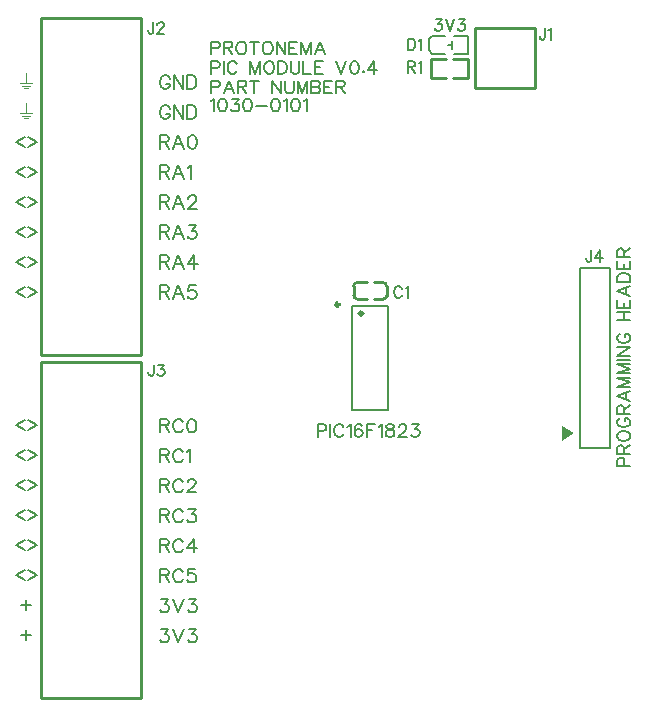
<source format=gto>
G04 Layer: TopSilkscreenLayer*
G04 EasyEDA v6.5.29, 2023-07-18 11:26:45*
G04 cfaeab296f654171ba214e89deb0133b,5a6b42c53f6a479593ecc07194224c93,10*
G04 Gerber Generator version 0.2*
G04 Scale: 100 percent, Rotated: No, Reflected: No *
G04 Dimensions in millimeters *
G04 leading zeros omitted , absolute positions ,4 integer and 5 decimal *
%FSLAX45Y45*%
%MOMM*%

%ADD10C,0.1524*%
%ADD11C,0.2540*%
%ADD12C,0.1500*%
%ADD13C,0.2032*%
%ADD14C,0.2030*%
%ADD15C,0.3000*%
%ADD16C,0.0151*%

%LPD*%
G36*
X643382Y5335778D02*
G01*
X643382Y5248656D01*
X590804Y5248656D01*
X590804Y5240528D01*
X704596Y5240528D01*
X704596Y5248656D01*
X651967Y5248656D01*
X651967Y5335778D01*
G37*
G36*
X610311Y5227066D02*
G01*
X610311Y5218938D01*
X685038Y5218938D01*
X685038Y5227066D01*
G37*
G36*
X628091Y5205222D02*
G01*
X628091Y5197602D01*
X667207Y5197602D01*
X667207Y5205222D01*
G37*
G36*
X643382Y5081778D02*
G01*
X643382Y4994656D01*
X590804Y4994656D01*
X590804Y4986528D01*
X704596Y4986528D01*
X704596Y4994656D01*
X651967Y4994656D01*
X651967Y5081778D01*
G37*
G36*
X610311Y4973066D02*
G01*
X610311Y4964938D01*
X685038Y4964938D01*
X685038Y4973066D01*
G37*
G36*
X628091Y4951222D02*
G01*
X628091Y4943602D01*
X667207Y4943602D01*
X667207Y4951222D01*
G37*
D10*
X1777974Y1391157D02*
G01*
X1777974Y1276604D01*
X1777974Y1391157D02*
G01*
X1826996Y1391157D01*
X1843506Y1385570D01*
X1848840Y1380236D01*
X1854428Y1369313D01*
X1854428Y1358392D01*
X1848840Y1347470D01*
X1843506Y1341881D01*
X1826996Y1336547D01*
X1777974Y1336547D01*
X1816074Y1336547D02*
G01*
X1854428Y1276604D01*
X1972030Y1363726D02*
G01*
X1966696Y1374647D01*
X1955774Y1385570D01*
X1944852Y1391157D01*
X1923008Y1391157D01*
X1912086Y1385570D01*
X1901164Y1374647D01*
X1895830Y1363726D01*
X1890242Y1347470D01*
X1890242Y1320292D01*
X1895830Y1303781D01*
X1901164Y1292860D01*
X1912086Y1281937D01*
X1923008Y1276604D01*
X1944852Y1276604D01*
X1955774Y1281937D01*
X1966696Y1292860D01*
X1972030Y1303781D01*
X2062708Y1391157D02*
G01*
X2008098Y1314704D01*
X2089886Y1314704D01*
X2062708Y1391157D02*
G01*
X2062708Y1276604D01*
X1777974Y1645157D02*
G01*
X1777974Y1530604D01*
X1777974Y1645157D02*
G01*
X1826996Y1645157D01*
X1843506Y1639570D01*
X1848840Y1634236D01*
X1854428Y1623313D01*
X1854428Y1612392D01*
X1848840Y1601470D01*
X1843506Y1595881D01*
X1826996Y1590547D01*
X1777974Y1590547D01*
X1816074Y1590547D02*
G01*
X1854428Y1530604D01*
X1972030Y1617726D02*
G01*
X1966696Y1628647D01*
X1955774Y1639570D01*
X1944852Y1645157D01*
X1923008Y1645157D01*
X1912086Y1639570D01*
X1901164Y1628647D01*
X1895830Y1617726D01*
X1890242Y1601470D01*
X1890242Y1574292D01*
X1895830Y1557781D01*
X1901164Y1546860D01*
X1912086Y1535937D01*
X1923008Y1530604D01*
X1944852Y1530604D01*
X1955774Y1535937D01*
X1966696Y1546860D01*
X1972030Y1557781D01*
X2019020Y1645157D02*
G01*
X2078964Y1645157D01*
X2046452Y1601470D01*
X2062708Y1601470D01*
X2073630Y1595881D01*
X2078964Y1590547D01*
X2084552Y1574292D01*
X2084552Y1563370D01*
X2078964Y1546860D01*
X2068042Y1535937D01*
X2051786Y1530604D01*
X2035530Y1530604D01*
X2019020Y1535937D01*
X2013686Y1541526D01*
X2008098Y1552447D01*
X1777974Y1899157D02*
G01*
X1777974Y1784604D01*
X1777974Y1899157D02*
G01*
X1826996Y1899157D01*
X1843506Y1893570D01*
X1848840Y1888236D01*
X1854428Y1877313D01*
X1854428Y1866392D01*
X1848840Y1855470D01*
X1843506Y1849881D01*
X1826996Y1844547D01*
X1777974Y1844547D01*
X1816074Y1844547D02*
G01*
X1854428Y1784604D01*
X1972030Y1871726D02*
G01*
X1966696Y1882647D01*
X1955774Y1893570D01*
X1944852Y1899157D01*
X1923008Y1899157D01*
X1912086Y1893570D01*
X1901164Y1882647D01*
X1895830Y1871726D01*
X1890242Y1855470D01*
X1890242Y1828292D01*
X1895830Y1811781D01*
X1901164Y1800860D01*
X1912086Y1789937D01*
X1923008Y1784604D01*
X1944852Y1784604D01*
X1955774Y1789937D01*
X1966696Y1800860D01*
X1972030Y1811781D01*
X2013686Y1871726D02*
G01*
X2013686Y1877313D01*
X2019020Y1888236D01*
X2024608Y1893570D01*
X2035530Y1899157D01*
X2057120Y1899157D01*
X2068042Y1893570D01*
X2073630Y1888236D01*
X2078964Y1877313D01*
X2078964Y1866392D01*
X2073630Y1855470D01*
X2062708Y1839213D01*
X2008098Y1784604D01*
X2084552Y1784604D01*
X1777974Y2153157D02*
G01*
X1777974Y2038604D01*
X1777974Y2153157D02*
G01*
X1826996Y2153157D01*
X1843506Y2147570D01*
X1848840Y2142236D01*
X1854428Y2131313D01*
X1854428Y2120392D01*
X1848840Y2109470D01*
X1843506Y2103881D01*
X1826996Y2098547D01*
X1777974Y2098547D01*
X1816074Y2098547D02*
G01*
X1854428Y2038604D01*
X1972030Y2125726D02*
G01*
X1966696Y2136647D01*
X1955774Y2147570D01*
X1944852Y2153157D01*
X1923008Y2153157D01*
X1912086Y2147570D01*
X1901164Y2136647D01*
X1895830Y2125726D01*
X1890242Y2109470D01*
X1890242Y2082292D01*
X1895830Y2065781D01*
X1901164Y2054860D01*
X1912086Y2043937D01*
X1923008Y2038604D01*
X1944852Y2038604D01*
X1955774Y2043937D01*
X1966696Y2054860D01*
X1972030Y2065781D01*
X2008098Y2131313D02*
G01*
X2019020Y2136647D01*
X2035530Y2153157D01*
X2035530Y2038604D01*
X1777974Y2407157D02*
G01*
X1777974Y2292604D01*
X1777974Y2407157D02*
G01*
X1826996Y2407157D01*
X1843506Y2401570D01*
X1848840Y2396236D01*
X1854428Y2385313D01*
X1854428Y2374392D01*
X1848840Y2363470D01*
X1843506Y2357881D01*
X1826996Y2352547D01*
X1777974Y2352547D01*
X1816074Y2352547D02*
G01*
X1854428Y2292604D01*
X1972030Y2379726D02*
G01*
X1966696Y2390647D01*
X1955774Y2401570D01*
X1944852Y2407157D01*
X1923008Y2407157D01*
X1912086Y2401570D01*
X1901164Y2390647D01*
X1895830Y2379726D01*
X1890242Y2363470D01*
X1890242Y2336292D01*
X1895830Y2319781D01*
X1901164Y2308860D01*
X1912086Y2297937D01*
X1923008Y2292604D01*
X1944852Y2292604D01*
X1955774Y2297937D01*
X1966696Y2308860D01*
X1972030Y2319781D01*
X2040864Y2407157D02*
G01*
X2024608Y2401570D01*
X2013686Y2385313D01*
X2008098Y2357881D01*
X2008098Y2341626D01*
X2013686Y2314447D01*
X2024608Y2297937D01*
X2040864Y2292604D01*
X2051786Y2292604D01*
X2068042Y2297937D01*
X2078964Y2314447D01*
X2084552Y2341626D01*
X2084552Y2357881D01*
X2078964Y2385313D01*
X2068042Y2401570D01*
X2051786Y2407157D01*
X2040864Y2407157D01*
X1777974Y1137157D02*
G01*
X1777974Y1022604D01*
X1777974Y1137157D02*
G01*
X1826996Y1137157D01*
X1843506Y1131570D01*
X1848840Y1126236D01*
X1854428Y1115313D01*
X1854428Y1104392D01*
X1848840Y1093470D01*
X1843506Y1087881D01*
X1826996Y1082547D01*
X1777974Y1082547D01*
X1816074Y1082547D02*
G01*
X1854428Y1022604D01*
X1972030Y1109726D02*
G01*
X1966696Y1120647D01*
X1955774Y1131570D01*
X1944852Y1137157D01*
X1923008Y1137157D01*
X1912086Y1131570D01*
X1901164Y1120647D01*
X1895830Y1109726D01*
X1890242Y1093470D01*
X1890242Y1066292D01*
X1895830Y1049781D01*
X1901164Y1038860D01*
X1912086Y1027937D01*
X1923008Y1022604D01*
X1944852Y1022604D01*
X1955774Y1027937D01*
X1966696Y1038860D01*
X1972030Y1049781D01*
X2073630Y1137157D02*
G01*
X2019020Y1137157D01*
X2013686Y1087881D01*
X2019020Y1093470D01*
X2035530Y1098804D01*
X2051786Y1098804D01*
X2068042Y1093470D01*
X2078964Y1082547D01*
X2084552Y1066292D01*
X2084552Y1055370D01*
X2078964Y1038860D01*
X2068042Y1027937D01*
X2051786Y1022604D01*
X2035530Y1022604D01*
X2019020Y1027937D01*
X2013686Y1033526D01*
X2008098Y1044447D01*
X1777974Y4807457D02*
G01*
X1777974Y4692904D01*
X1777974Y4807457D02*
G01*
X1826996Y4807457D01*
X1843506Y4801870D01*
X1848840Y4796536D01*
X1854428Y4785613D01*
X1854428Y4774692D01*
X1848840Y4763770D01*
X1843506Y4758181D01*
X1826996Y4752847D01*
X1777974Y4752847D01*
X1816074Y4752847D02*
G01*
X1854428Y4692904D01*
X1933930Y4807457D02*
G01*
X1890242Y4692904D01*
X1933930Y4807457D02*
G01*
X1977618Y4692904D01*
X1906752Y4731004D02*
G01*
X1961362Y4731004D01*
X2046452Y4807457D02*
G01*
X2029942Y4801870D01*
X2019020Y4785613D01*
X2013686Y4758181D01*
X2013686Y4741926D01*
X2019020Y4714747D01*
X2029942Y4698237D01*
X2046452Y4692904D01*
X2057120Y4692904D01*
X2073630Y4698237D01*
X2084552Y4714747D01*
X2089886Y4741926D01*
X2089886Y4758181D01*
X2084552Y4785613D01*
X2073630Y4801870D01*
X2057120Y4807457D01*
X2046452Y4807457D01*
X1777974Y4553457D02*
G01*
X1777974Y4438904D01*
X1777974Y4553457D02*
G01*
X1826996Y4553457D01*
X1843506Y4547870D01*
X1848840Y4542536D01*
X1854428Y4531613D01*
X1854428Y4520692D01*
X1848840Y4509770D01*
X1843506Y4504181D01*
X1826996Y4498847D01*
X1777974Y4498847D01*
X1816074Y4498847D02*
G01*
X1854428Y4438904D01*
X1933930Y4553457D02*
G01*
X1890242Y4438904D01*
X1933930Y4553457D02*
G01*
X1977618Y4438904D01*
X1906752Y4477004D02*
G01*
X1961362Y4477004D01*
X2013686Y4531613D02*
G01*
X2024608Y4536947D01*
X2040864Y4553457D01*
X2040864Y4438904D01*
X1777974Y4299457D02*
G01*
X1777974Y4184904D01*
X1777974Y4299457D02*
G01*
X1826996Y4299457D01*
X1843506Y4293870D01*
X1848840Y4288536D01*
X1854428Y4277613D01*
X1854428Y4266692D01*
X1848840Y4255770D01*
X1843506Y4250181D01*
X1826996Y4244847D01*
X1777974Y4244847D01*
X1816074Y4244847D02*
G01*
X1854428Y4184904D01*
X1933930Y4299457D02*
G01*
X1890242Y4184904D01*
X1933930Y4299457D02*
G01*
X1977618Y4184904D01*
X1906752Y4223004D02*
G01*
X1961362Y4223004D01*
X2019020Y4272026D02*
G01*
X2019020Y4277613D01*
X2024608Y4288536D01*
X2029942Y4293870D01*
X2040864Y4299457D01*
X2062708Y4299457D01*
X2073630Y4293870D01*
X2078964Y4288536D01*
X2084552Y4277613D01*
X2084552Y4266692D01*
X2078964Y4255770D01*
X2068042Y4239513D01*
X2013686Y4184904D01*
X2089886Y4184904D01*
X1777974Y4045457D02*
G01*
X1777974Y3930904D01*
X1777974Y4045457D02*
G01*
X1826996Y4045457D01*
X1843506Y4039870D01*
X1848840Y4034536D01*
X1854428Y4023613D01*
X1854428Y4012692D01*
X1848840Y4001770D01*
X1843506Y3996181D01*
X1826996Y3990847D01*
X1777974Y3990847D01*
X1816074Y3990847D02*
G01*
X1854428Y3930904D01*
X1933930Y4045457D02*
G01*
X1890242Y3930904D01*
X1933930Y4045457D02*
G01*
X1977618Y3930904D01*
X1906752Y3969004D02*
G01*
X1961362Y3969004D01*
X2024608Y4045457D02*
G01*
X2084552Y4045457D01*
X2051786Y4001770D01*
X2068042Y4001770D01*
X2078964Y3996181D01*
X2084552Y3990847D01*
X2089886Y3974592D01*
X2089886Y3963670D01*
X2084552Y3947160D01*
X2073630Y3936237D01*
X2057120Y3930904D01*
X2040864Y3930904D01*
X2024608Y3936237D01*
X2019020Y3941826D01*
X2013686Y3952747D01*
X1777974Y3791457D02*
G01*
X1777974Y3676904D01*
X1777974Y3791457D02*
G01*
X1826996Y3791457D01*
X1843506Y3785870D01*
X1848840Y3780536D01*
X1854428Y3769613D01*
X1854428Y3758692D01*
X1848840Y3747770D01*
X1843506Y3742181D01*
X1826996Y3736847D01*
X1777974Y3736847D01*
X1816074Y3736847D02*
G01*
X1854428Y3676904D01*
X1933930Y3791457D02*
G01*
X1890242Y3676904D01*
X1933930Y3791457D02*
G01*
X1977618Y3676904D01*
X1906752Y3715004D02*
G01*
X1961362Y3715004D01*
X2068042Y3791457D02*
G01*
X2013686Y3715004D01*
X2095474Y3715004D01*
X2068042Y3791457D02*
G01*
X2068042Y3676904D01*
X1777974Y3537457D02*
G01*
X1777974Y3422904D01*
X1777974Y3537457D02*
G01*
X1826996Y3537457D01*
X1843506Y3531870D01*
X1848840Y3526536D01*
X1854428Y3515613D01*
X1854428Y3504692D01*
X1848840Y3493770D01*
X1843506Y3488181D01*
X1826996Y3482847D01*
X1777974Y3482847D01*
X1816074Y3482847D02*
G01*
X1854428Y3422904D01*
X1933930Y3537457D02*
G01*
X1890242Y3422904D01*
X1933930Y3537457D02*
G01*
X1977618Y3422904D01*
X1906752Y3461004D02*
G01*
X1961362Y3461004D01*
X2078964Y3537457D02*
G01*
X2024608Y3537457D01*
X2019020Y3488181D01*
X2024608Y3493770D01*
X2040864Y3499104D01*
X2057120Y3499104D01*
X2073630Y3493770D01*
X2084552Y3482847D01*
X2089886Y3466592D01*
X2089886Y3455670D01*
X2084552Y3439160D01*
X2073630Y3428237D01*
X2057120Y3422904D01*
X2040864Y3422904D01*
X2024608Y3428237D01*
X2019020Y3433826D01*
X2013686Y3444747D01*
X5650484Y2006600D02*
G01*
X5759450Y2006600D01*
X5650484Y2006600D02*
G01*
X5650484Y2053336D01*
X5655563Y2068829D01*
X5660897Y2074163D01*
X5671311Y2079244D01*
X5686806Y2079244D01*
X5697220Y2074163D01*
X5702300Y2068829D01*
X5707634Y2053336D01*
X5707634Y2006600D01*
X5650484Y2113534D02*
G01*
X5759450Y2113534D01*
X5650484Y2113534D02*
G01*
X5650484Y2160270D01*
X5655563Y2176018D01*
X5660897Y2181097D01*
X5671311Y2186431D01*
X5681725Y2186431D01*
X5692140Y2181097D01*
X5697220Y2176018D01*
X5702300Y2160270D01*
X5702300Y2113534D01*
X5702300Y2150110D02*
G01*
X5759450Y2186431D01*
X5650484Y2251710D02*
G01*
X5655563Y2241550D01*
X5665977Y2231136D01*
X5676391Y2225802D01*
X5692140Y2220721D01*
X5718047Y2220721D01*
X5733541Y2225802D01*
X5743956Y2231136D01*
X5754370Y2241550D01*
X5759450Y2251710D01*
X5759450Y2272537D01*
X5754370Y2282952D01*
X5743956Y2293365D01*
X5733541Y2298700D01*
X5718047Y2303779D01*
X5692140Y2303779D01*
X5676391Y2298700D01*
X5665977Y2293365D01*
X5655563Y2282952D01*
X5650484Y2272537D01*
X5650484Y2251710D01*
X5676391Y2416047D02*
G01*
X5665977Y2410713D01*
X5655563Y2400300D01*
X5650484Y2390139D01*
X5650484Y2369312D01*
X5655563Y2358897D01*
X5665977Y2348484D01*
X5676391Y2343150D01*
X5692140Y2338070D01*
X5718047Y2338070D01*
X5733541Y2343150D01*
X5743956Y2348484D01*
X5754370Y2358897D01*
X5759450Y2369312D01*
X5759450Y2390139D01*
X5754370Y2400300D01*
X5743956Y2410713D01*
X5733541Y2416047D01*
X5718047Y2416047D01*
X5718047Y2390139D02*
G01*
X5718047Y2416047D01*
X5650484Y2450337D02*
G01*
X5759450Y2450337D01*
X5650484Y2450337D02*
G01*
X5650484Y2497073D01*
X5655563Y2512568D01*
X5660897Y2517902D01*
X5671311Y2522981D01*
X5681725Y2522981D01*
X5692140Y2517902D01*
X5697220Y2512568D01*
X5702300Y2497073D01*
X5702300Y2450337D01*
X5702300Y2486660D02*
G01*
X5759450Y2522981D01*
X5650484Y2598928D02*
G01*
X5759450Y2557271D01*
X5650484Y2598928D02*
G01*
X5759450Y2640329D01*
X5723127Y2573020D02*
G01*
X5723127Y2624836D01*
X5650484Y2674620D02*
G01*
X5759450Y2674620D01*
X5650484Y2674620D02*
G01*
X5759450Y2716276D01*
X5650484Y2757931D02*
G01*
X5759450Y2716276D01*
X5650484Y2757931D02*
G01*
X5759450Y2757931D01*
X5650484Y2792221D02*
G01*
X5759450Y2792221D01*
X5650484Y2792221D02*
G01*
X5759450Y2833623D01*
X5650484Y2875279D02*
G01*
X5759450Y2833623D01*
X5650484Y2875279D02*
G01*
X5759450Y2875279D01*
X5650484Y2909570D02*
G01*
X5759450Y2909570D01*
X5650484Y2943860D02*
G01*
X5759450Y2943860D01*
X5650484Y2943860D02*
G01*
X5759450Y3016504D01*
X5650484Y3016504D02*
G01*
X5759450Y3016504D01*
X5676391Y3128771D02*
G01*
X5665977Y3123692D01*
X5655563Y3113278D01*
X5650484Y3102863D01*
X5650484Y3082036D01*
X5655563Y3071621D01*
X5665977Y3061207D01*
X5676391Y3056128D01*
X5692140Y3050794D01*
X5718047Y3050794D01*
X5733541Y3056128D01*
X5743956Y3061207D01*
X5754370Y3071621D01*
X5759450Y3082036D01*
X5759450Y3102863D01*
X5754370Y3113278D01*
X5743956Y3123692D01*
X5733541Y3128771D01*
X5718047Y3128771D01*
X5718047Y3102863D02*
G01*
X5718047Y3128771D01*
X5650484Y3243071D02*
G01*
X5759450Y3243071D01*
X5650484Y3315970D02*
G01*
X5759450Y3315970D01*
X5702300Y3243071D02*
G01*
X5702300Y3315970D01*
X5650484Y3350260D02*
G01*
X5759450Y3350260D01*
X5650484Y3350260D02*
G01*
X5650484Y3417570D01*
X5702300Y3350260D02*
G01*
X5702300Y3391662D01*
X5759450Y3350260D02*
G01*
X5759450Y3417570D01*
X5650484Y3493515D02*
G01*
X5759450Y3451860D01*
X5650484Y3493515D02*
G01*
X5759450Y3535171D01*
X5723127Y3467607D02*
G01*
X5723127Y3519423D01*
X5650484Y3569462D02*
G01*
X5759450Y3569462D01*
X5650484Y3569462D02*
G01*
X5650484Y3605784D01*
X5655563Y3621278D01*
X5665977Y3631692D01*
X5676391Y3637026D01*
X5692140Y3642105D01*
X5718047Y3642105D01*
X5733541Y3637026D01*
X5743956Y3631692D01*
X5754370Y3621278D01*
X5759450Y3605784D01*
X5759450Y3569462D01*
X5650484Y3676395D02*
G01*
X5759450Y3676395D01*
X5650484Y3676395D02*
G01*
X5650484Y3743960D01*
X5702300Y3676395D02*
G01*
X5702300Y3718052D01*
X5759450Y3676395D02*
G01*
X5759450Y3743960D01*
X5650484Y3778250D02*
G01*
X5759450Y3778250D01*
X5650484Y3778250D02*
G01*
X5650484Y3824986D01*
X5655563Y3840479D01*
X5660897Y3845813D01*
X5671311Y3850894D01*
X5681725Y3850894D01*
X5692140Y3845813D01*
X5697220Y3840479D01*
X5702300Y3824986D01*
X5702300Y3778250D01*
X5702300Y3814571D02*
G01*
X5759450Y3850894D01*
X1725472Y2866644D02*
G01*
X1725472Y2794000D01*
X1720900Y2780284D01*
X1716328Y2775712D01*
X1707184Y2771139D01*
X1698294Y2771139D01*
X1689150Y2775712D01*
X1684578Y2780284D01*
X1680006Y2794000D01*
X1680006Y2803144D01*
X1764588Y2866644D02*
G01*
X1814626Y2866644D01*
X1787194Y2830321D01*
X1800910Y2830321D01*
X1810054Y2825750D01*
X1814626Y2821178D01*
X1819198Y2807715D01*
X1819198Y2798571D01*
X1814626Y2784855D01*
X1805482Y2775712D01*
X1791766Y2771139D01*
X1778304Y2771139D01*
X1764588Y2775712D01*
X1760016Y2780284D01*
X1755444Y2789428D01*
X1721865Y5765037D02*
G01*
X1721865Y5692394D01*
X1717294Y5678678D01*
X1712721Y5674105D01*
X1703578Y5669534D01*
X1694687Y5669534D01*
X1685544Y5674105D01*
X1680971Y5678678D01*
X1676400Y5692394D01*
X1676400Y5701537D01*
X1756410Y5742431D02*
G01*
X1756410Y5747004D01*
X1760981Y5755894D01*
X1765554Y5760465D01*
X1774697Y5765037D01*
X1792731Y5765037D01*
X1801876Y5760465D01*
X1806447Y5755894D01*
X1811020Y5747004D01*
X1811020Y5737860D01*
X1806447Y5728715D01*
X1797304Y5715000D01*
X1751837Y5669534D01*
X1815592Y5669534D01*
X1859787Y5034026D02*
G01*
X1854454Y5044947D01*
X1843531Y5055870D01*
X1832610Y5061457D01*
X1810765Y5061457D01*
X1799844Y5055870D01*
X1788921Y5044947D01*
X1783334Y5034026D01*
X1778000Y5017770D01*
X1778000Y4990592D01*
X1783334Y4974081D01*
X1788921Y4963160D01*
X1799844Y4952237D01*
X1810765Y4946904D01*
X1832610Y4946904D01*
X1843531Y4952237D01*
X1854454Y4963160D01*
X1859787Y4974081D01*
X1859787Y4990592D01*
X1832610Y4990592D02*
G01*
X1859787Y4990592D01*
X1895855Y5061457D02*
G01*
X1895855Y4946904D01*
X1895855Y5061457D02*
G01*
X1972056Y4946904D01*
X1972056Y5061457D02*
G01*
X1972056Y4946904D01*
X2008124Y5061457D02*
G01*
X2008124Y4946904D01*
X2008124Y5061457D02*
G01*
X2046224Y5061457D01*
X2062734Y5055870D01*
X2073656Y5044947D01*
X2078990Y5034026D01*
X2084577Y5017770D01*
X2084577Y4990592D01*
X2078990Y4974081D01*
X2073656Y4963160D01*
X2062734Y4952237D01*
X2046224Y4946904D01*
X2008124Y4946904D01*
X1859787Y5288026D02*
G01*
X1854454Y5298947D01*
X1843531Y5309870D01*
X1832610Y5315457D01*
X1810765Y5315457D01*
X1799844Y5309870D01*
X1788921Y5298947D01*
X1783334Y5288026D01*
X1778000Y5271770D01*
X1778000Y5244592D01*
X1783334Y5228081D01*
X1788921Y5217160D01*
X1799844Y5206237D01*
X1810765Y5200904D01*
X1832610Y5200904D01*
X1843531Y5206237D01*
X1854454Y5217160D01*
X1859787Y5228081D01*
X1859787Y5244592D01*
X1832610Y5244592D02*
G01*
X1859787Y5244592D01*
X1895855Y5315457D02*
G01*
X1895855Y5200904D01*
X1895855Y5315457D02*
G01*
X1972056Y5200904D01*
X1972056Y5315457D02*
G01*
X1972056Y5200904D01*
X2008124Y5315457D02*
G01*
X2008124Y5200904D01*
X2008124Y5315457D02*
G01*
X2046224Y5315457D01*
X2062734Y5309870D01*
X2073656Y5298947D01*
X2078990Y5288026D01*
X2084577Y5271770D01*
X2084577Y5244592D01*
X2078990Y5228081D01*
X2073656Y5217160D01*
X2062734Y5206237D01*
X2046224Y5200904D01*
X2008124Y5200904D01*
X1788921Y883157D02*
G01*
X1848865Y883157D01*
X1816100Y839470D01*
X1832610Y839470D01*
X1843531Y833881D01*
X1848865Y828547D01*
X1854454Y812292D01*
X1854454Y801370D01*
X1848865Y784860D01*
X1837944Y773937D01*
X1821687Y768604D01*
X1805178Y768604D01*
X1788921Y773937D01*
X1783334Y779526D01*
X1778000Y790447D01*
X1890268Y883157D02*
G01*
X1933956Y768604D01*
X1977643Y883157D02*
G01*
X1933956Y768604D01*
X2024634Y883157D02*
G01*
X2084577Y883157D01*
X2051811Y839470D01*
X2068068Y839470D01*
X2078990Y833881D01*
X2084577Y828547D01*
X2089911Y812292D01*
X2089911Y801370D01*
X2084577Y784860D01*
X2073656Y773937D01*
X2057145Y768604D01*
X2040890Y768604D01*
X2024634Y773937D01*
X2019045Y779526D01*
X2013711Y790447D01*
X1788921Y629157D02*
G01*
X1848865Y629157D01*
X1816100Y585470D01*
X1832610Y585470D01*
X1843531Y579881D01*
X1848865Y574547D01*
X1854454Y558292D01*
X1854454Y547370D01*
X1848865Y530860D01*
X1837944Y519937D01*
X1821687Y514604D01*
X1805178Y514604D01*
X1788921Y519937D01*
X1783334Y525526D01*
X1778000Y536447D01*
X1890268Y629157D02*
G01*
X1933956Y514604D01*
X1977643Y629157D02*
G01*
X1933956Y514604D01*
X2024634Y629157D02*
G01*
X2084577Y629157D01*
X2051811Y585470D01*
X2068068Y585470D01*
X2078990Y579881D01*
X2084577Y574547D01*
X2089911Y558292D01*
X2089911Y547370D01*
X2084577Y530860D01*
X2073656Y519937D01*
X2057145Y514604D01*
X2040890Y514604D01*
X2024634Y519937D01*
X2019045Y525526D01*
X2013711Y536447D01*
X2209800Y5098287D02*
G01*
X2220213Y5103621D01*
X2235708Y5119115D01*
X2235708Y5010150D01*
X2301240Y5119115D02*
G01*
X2285745Y5114036D01*
X2275331Y5098287D01*
X2269997Y5072379D01*
X2269997Y5056886D01*
X2275331Y5030723D01*
X2285745Y5015229D01*
X2301240Y5010150D01*
X2311654Y5010150D01*
X2327147Y5015229D01*
X2337561Y5030723D01*
X2342895Y5056886D01*
X2342895Y5072379D01*
X2337561Y5098287D01*
X2327147Y5114036D01*
X2311654Y5119115D01*
X2301240Y5119115D01*
X2387600Y5119115D02*
G01*
X2444750Y5119115D01*
X2413508Y5077460D01*
X2429002Y5077460D01*
X2439415Y5072379D01*
X2444750Y5067300D01*
X2449829Y5051552D01*
X2449829Y5041137D01*
X2444750Y5025644D01*
X2434336Y5015229D01*
X2418588Y5010150D01*
X2403093Y5010150D01*
X2387600Y5015229D01*
X2382265Y5020310D01*
X2377186Y5030723D01*
X2515361Y5119115D02*
G01*
X2499613Y5114036D01*
X2489200Y5098287D01*
X2484120Y5072379D01*
X2484120Y5056886D01*
X2489200Y5030723D01*
X2499613Y5015229D01*
X2515361Y5010150D01*
X2525775Y5010150D01*
X2541270Y5015229D01*
X2551684Y5030723D01*
X2556763Y5056886D01*
X2556763Y5072379D01*
X2551684Y5098287D01*
X2541270Y5114036D01*
X2525775Y5119115D01*
X2515361Y5119115D01*
X2591054Y5056886D02*
G01*
X2684779Y5056886D01*
X2750058Y5119115D02*
G01*
X2734563Y5114036D01*
X2724150Y5098287D01*
X2719070Y5072379D01*
X2719070Y5056886D01*
X2724150Y5030723D01*
X2734563Y5015229D01*
X2750058Y5010150D01*
X2760472Y5010150D01*
X2776220Y5015229D01*
X2786379Y5030723D01*
X2791713Y5056886D01*
X2791713Y5072379D01*
X2786379Y5098287D01*
X2776220Y5114036D01*
X2760472Y5119115D01*
X2750058Y5119115D01*
X2826004Y5098287D02*
G01*
X2836418Y5103621D01*
X2851911Y5119115D01*
X2851911Y5010150D01*
X2917443Y5119115D02*
G01*
X2901950Y5114036D01*
X2891536Y5098287D01*
X2886202Y5072379D01*
X2886202Y5056886D01*
X2891536Y5030723D01*
X2901950Y5015229D01*
X2917443Y5010150D01*
X2927858Y5010150D01*
X2943352Y5015229D01*
X2953765Y5030723D01*
X2959100Y5056886D01*
X2959100Y5072379D01*
X2953765Y5098287D01*
X2943352Y5114036D01*
X2927858Y5119115D01*
X2917443Y5119115D01*
X2993390Y5098287D02*
G01*
X3003550Y5103621D01*
X3019297Y5119115D01*
X3019297Y5010150D01*
X2209800Y5436615D02*
G01*
X2209800Y5327650D01*
X2209800Y5436615D02*
G01*
X2256536Y5436615D01*
X2272029Y5431536D01*
X2277363Y5426202D01*
X2282443Y5415787D01*
X2282443Y5400294D01*
X2277363Y5389879D01*
X2272029Y5384800D01*
X2256536Y5379465D01*
X2209800Y5379465D01*
X2316734Y5436615D02*
G01*
X2316734Y5327650D01*
X2429002Y5410707D02*
G01*
X2423922Y5421121D01*
X2413508Y5431536D01*
X2403093Y5436615D01*
X2382265Y5436615D01*
X2371852Y5431536D01*
X2361438Y5421121D01*
X2356358Y5410707D01*
X2351024Y5394960D01*
X2351024Y5369052D01*
X2356358Y5353557D01*
X2361438Y5343144D01*
X2371852Y5332729D01*
X2382265Y5327650D01*
X2403093Y5327650D01*
X2413508Y5332729D01*
X2423922Y5343144D01*
X2429002Y5353557D01*
X2543302Y5436615D02*
G01*
X2543302Y5327650D01*
X2543302Y5436615D02*
G01*
X2584958Y5327650D01*
X2626359Y5436615D02*
G01*
X2584958Y5327650D01*
X2626359Y5436615D02*
G01*
X2626359Y5327650D01*
X2691891Y5436615D02*
G01*
X2681477Y5431536D01*
X2671063Y5421121D01*
X2665984Y5410707D01*
X2660650Y5394960D01*
X2660650Y5369052D01*
X2665984Y5353557D01*
X2671063Y5343144D01*
X2681477Y5332729D01*
X2691891Y5327650D01*
X2712720Y5327650D01*
X2723134Y5332729D01*
X2733547Y5343144D01*
X2738627Y5353557D01*
X2743961Y5369052D01*
X2743961Y5394960D01*
X2738627Y5410707D01*
X2733547Y5421121D01*
X2723134Y5431536D01*
X2712720Y5436615D01*
X2691891Y5436615D01*
X2778252Y5436615D02*
G01*
X2778252Y5327650D01*
X2778252Y5436615D02*
G01*
X2814574Y5436615D01*
X2830068Y5431536D01*
X2840481Y5421121D01*
X2845815Y5410707D01*
X2850895Y5394960D01*
X2850895Y5369052D01*
X2845815Y5353557D01*
X2840481Y5343144D01*
X2830068Y5332729D01*
X2814574Y5327650D01*
X2778252Y5327650D01*
X2885186Y5436615D02*
G01*
X2885186Y5358637D01*
X2890520Y5343144D01*
X2900679Y5332729D01*
X2916427Y5327650D01*
X2926841Y5327650D01*
X2942336Y5332729D01*
X2952750Y5343144D01*
X2957829Y5358637D01*
X2957829Y5436615D01*
X2992120Y5436615D02*
G01*
X2992120Y5327650D01*
X2992120Y5327650D02*
G01*
X3054604Y5327650D01*
X3088893Y5436615D02*
G01*
X3088893Y5327650D01*
X3088893Y5436615D02*
G01*
X3156458Y5436615D01*
X3088893Y5384800D02*
G01*
X3130550Y5384800D01*
X3088893Y5327650D02*
G01*
X3156458Y5327650D01*
X3270758Y5436615D02*
G01*
X3312159Y5327650D01*
X3353815Y5436615D02*
G01*
X3312159Y5327650D01*
X3419347Y5436615D02*
G01*
X3403600Y5431536D01*
X3393440Y5415787D01*
X3388106Y5389879D01*
X3388106Y5374386D01*
X3393440Y5348223D01*
X3403600Y5332729D01*
X3419347Y5327650D01*
X3429761Y5327650D01*
X3445256Y5332729D01*
X3455670Y5348223D01*
X3460750Y5374386D01*
X3460750Y5389879D01*
X3455670Y5415787D01*
X3445256Y5431536D01*
X3429761Y5436615D01*
X3419347Y5436615D01*
X3500374Y5353557D02*
G01*
X3495040Y5348223D01*
X3500374Y5343144D01*
X3505454Y5348223D01*
X3500374Y5353557D01*
X3591813Y5436615D02*
G01*
X3539743Y5363971D01*
X3617722Y5363971D01*
X3591813Y5436615D02*
G01*
X3591813Y5327650D01*
X2209800Y5601715D02*
G01*
X2209800Y5492750D01*
X2209800Y5601715D02*
G01*
X2256536Y5601715D01*
X2272029Y5596636D01*
X2277363Y5591302D01*
X2282443Y5580887D01*
X2282443Y5565394D01*
X2277363Y5554979D01*
X2272029Y5549900D01*
X2256536Y5544565D01*
X2209800Y5544565D01*
X2316734Y5601715D02*
G01*
X2316734Y5492750D01*
X2316734Y5601715D02*
G01*
X2363470Y5601715D01*
X2379218Y5596636D01*
X2384297Y5591302D01*
X2389631Y5580887D01*
X2389631Y5570473D01*
X2384297Y5560060D01*
X2379218Y5554979D01*
X2363470Y5549900D01*
X2316734Y5549900D01*
X2353309Y5549900D02*
G01*
X2389631Y5492750D01*
X2454909Y5601715D02*
G01*
X2444750Y5596636D01*
X2434336Y5586221D01*
X2429002Y5575807D01*
X2423922Y5560060D01*
X2423922Y5534152D01*
X2429002Y5518657D01*
X2434336Y5508244D01*
X2444750Y5497829D01*
X2454909Y5492750D01*
X2475738Y5492750D01*
X2486152Y5497829D01*
X2496565Y5508244D01*
X2501900Y5518657D01*
X2506979Y5534152D01*
X2506979Y5560060D01*
X2501900Y5575807D01*
X2496565Y5586221D01*
X2486152Y5596636D01*
X2475738Y5601715D01*
X2454909Y5601715D01*
X2577591Y5601715D02*
G01*
X2577591Y5492750D01*
X2541270Y5601715D02*
G01*
X2613913Y5601715D01*
X2679445Y5601715D02*
G01*
X2669031Y5596636D01*
X2658618Y5586221D01*
X2653538Y5575807D01*
X2648204Y5560060D01*
X2648204Y5534152D01*
X2653538Y5518657D01*
X2658618Y5508244D01*
X2669031Y5497829D01*
X2679445Y5492750D01*
X2700274Y5492750D01*
X2710688Y5497829D01*
X2721102Y5508244D01*
X2726181Y5518657D01*
X2731515Y5534152D01*
X2731515Y5560060D01*
X2726181Y5575807D01*
X2721102Y5586221D01*
X2710688Y5596636D01*
X2700274Y5601715D01*
X2679445Y5601715D01*
X2765806Y5601715D02*
G01*
X2765806Y5492750D01*
X2765806Y5601715D02*
G01*
X2838450Y5492750D01*
X2838450Y5601715D02*
G01*
X2838450Y5492750D01*
X2872740Y5601715D02*
G01*
X2872740Y5492750D01*
X2872740Y5601715D02*
G01*
X2940304Y5601715D01*
X2872740Y5549900D02*
G01*
X2914395Y5549900D01*
X2872740Y5492750D02*
G01*
X2940304Y5492750D01*
X2974593Y5601715D02*
G01*
X2974593Y5492750D01*
X2974593Y5601715D02*
G01*
X3016250Y5492750D01*
X3057652Y5601715D02*
G01*
X3016250Y5492750D01*
X3057652Y5601715D02*
G01*
X3057652Y5492750D01*
X3133597Y5601715D02*
G01*
X3091941Y5492750D01*
X3133597Y5601715D02*
G01*
X3175000Y5492750D01*
X3107690Y5529071D02*
G01*
X3159506Y5529071D01*
X2209800Y5271515D02*
G01*
X2209800Y5162550D01*
X2209800Y5271515D02*
G01*
X2256536Y5271515D01*
X2272029Y5266436D01*
X2277363Y5261102D01*
X2282443Y5250687D01*
X2282443Y5235194D01*
X2277363Y5224779D01*
X2272029Y5219700D01*
X2256536Y5214365D01*
X2209800Y5214365D01*
X2358390Y5271515D02*
G01*
X2316734Y5162550D01*
X2358390Y5271515D02*
G01*
X2400045Y5162550D01*
X2332481Y5198871D02*
G01*
X2384297Y5198871D01*
X2434336Y5271515D02*
G01*
X2434336Y5162550D01*
X2434336Y5271515D02*
G01*
X2481072Y5271515D01*
X2496565Y5266436D01*
X2501900Y5261102D01*
X2506979Y5250687D01*
X2506979Y5240273D01*
X2501900Y5229860D01*
X2496565Y5224779D01*
X2481072Y5219700D01*
X2434336Y5219700D01*
X2470658Y5219700D02*
G01*
X2506979Y5162550D01*
X2577591Y5271515D02*
G01*
X2577591Y5162550D01*
X2541270Y5271515D02*
G01*
X2613913Y5271515D01*
X2728213Y5271515D02*
G01*
X2728213Y5162550D01*
X2728213Y5271515D02*
G01*
X2801111Y5162550D01*
X2801111Y5271515D02*
G01*
X2801111Y5162550D01*
X2835402Y5271515D02*
G01*
X2835402Y5193537D01*
X2840481Y5178044D01*
X2850895Y5167629D01*
X2866390Y5162550D01*
X2876804Y5162550D01*
X2892552Y5167629D01*
X2902965Y5178044D01*
X2908045Y5193537D01*
X2908045Y5271515D01*
X2942336Y5271515D02*
G01*
X2942336Y5162550D01*
X2942336Y5271515D02*
G01*
X2983991Y5162550D01*
X3025393Y5271515D02*
G01*
X2983991Y5162550D01*
X3025393Y5271515D02*
G01*
X3025393Y5162550D01*
X3059684Y5271515D02*
G01*
X3059684Y5162550D01*
X3059684Y5271515D02*
G01*
X3106420Y5271515D01*
X3122168Y5266436D01*
X3127247Y5261102D01*
X3132581Y5250687D01*
X3132581Y5240273D01*
X3127247Y5229860D01*
X3122168Y5224779D01*
X3106420Y5219700D01*
X3059684Y5219700D02*
G01*
X3106420Y5219700D01*
X3122168Y5214365D01*
X3127247Y5209286D01*
X3132581Y5198871D01*
X3132581Y5183123D01*
X3127247Y5172710D01*
X3122168Y5167629D01*
X3106420Y5162550D01*
X3059684Y5162550D01*
X3166872Y5271515D02*
G01*
X3166872Y5162550D01*
X3166872Y5271515D02*
G01*
X3234436Y5271515D01*
X3166872Y5219700D02*
G01*
X3208274Y5219700D01*
X3166872Y5162550D02*
G01*
X3234436Y5162550D01*
X3268725Y5271515D02*
G01*
X3268725Y5162550D01*
X3268725Y5271515D02*
G01*
X3315461Y5271515D01*
X3330956Y5266436D01*
X3336290Y5261102D01*
X3341370Y5250687D01*
X3341370Y5240273D01*
X3336290Y5229860D01*
X3330956Y5224779D01*
X3315461Y5219700D01*
X3268725Y5219700D01*
X3305047Y5219700D02*
G01*
X3341370Y5162550D01*
X4111243Y5790437D02*
G01*
X4161281Y5790437D01*
X4133850Y5754115D01*
X4147565Y5754115D01*
X4156709Y5749544D01*
X4161281Y5744971D01*
X4165854Y5731510D01*
X4165854Y5722365D01*
X4161281Y5708650D01*
X4152138Y5699505D01*
X4138422Y5694934D01*
X4124706Y5694934D01*
X4111243Y5699505D01*
X4106672Y5704078D01*
X4102100Y5713221D01*
X4195825Y5790437D02*
G01*
X4232147Y5694934D01*
X4268470Y5790437D02*
G01*
X4232147Y5694934D01*
X4307586Y5790437D02*
G01*
X4357624Y5790437D01*
X4330191Y5754115D01*
X4343908Y5754115D01*
X4353052Y5749544D01*
X4357624Y5744971D01*
X4362195Y5731510D01*
X4362195Y5722365D01*
X4357624Y5708650D01*
X4348479Y5699505D01*
X4334763Y5694934D01*
X4321302Y5694934D01*
X4307586Y5699505D01*
X4303013Y5704078D01*
X4298441Y5713221D01*
X663955Y4713325D02*
G01*
X736600Y4754219D01*
X663955Y4795113D01*
X633984Y4713325D02*
G01*
X561086Y4754219D01*
X633984Y4795113D01*
X644956Y789381D02*
G01*
X644956Y871169D01*
X685850Y830275D02*
G01*
X604062Y830275D01*
X644956Y535381D02*
G01*
X644956Y617169D01*
X685850Y576275D02*
G01*
X604062Y576275D01*
X663955Y4459325D02*
G01*
X736600Y4500219D01*
X663955Y4541113D01*
X633984Y4459325D02*
G01*
X561086Y4500219D01*
X633984Y4541113D01*
X663955Y4205325D02*
G01*
X736600Y4246219D01*
X663955Y4287113D01*
X633984Y4205325D02*
G01*
X561086Y4246219D01*
X633984Y4287113D01*
X663955Y3951325D02*
G01*
X736600Y3992219D01*
X663955Y4033113D01*
X633984Y3951325D02*
G01*
X561086Y3992219D01*
X633984Y4033113D01*
X663955Y3697325D02*
G01*
X736600Y3738219D01*
X663955Y3779113D01*
X633984Y3697325D02*
G01*
X561086Y3738219D01*
X633984Y3779113D01*
X663955Y3443325D02*
G01*
X736600Y3484219D01*
X663955Y3525113D01*
X633984Y3443325D02*
G01*
X561086Y3484219D01*
X633984Y3525113D01*
X663981Y2313025D02*
G01*
X736625Y2353919D01*
X663981Y2394813D01*
X634009Y2313025D02*
G01*
X561111Y2353919D01*
X634009Y2394813D01*
X663981Y2059025D02*
G01*
X736625Y2099919D01*
X663981Y2140813D01*
X634009Y2059025D02*
G01*
X561111Y2099919D01*
X634009Y2140813D01*
X663981Y1805025D02*
G01*
X736625Y1845919D01*
X663981Y1886813D01*
X634009Y1805025D02*
G01*
X561111Y1845919D01*
X634009Y1886813D01*
X663981Y1551025D02*
G01*
X736625Y1591919D01*
X663981Y1632813D01*
X634009Y1551025D02*
G01*
X561111Y1591919D01*
X634009Y1632813D01*
X663981Y1297025D02*
G01*
X736625Y1337919D01*
X663981Y1378813D01*
X634009Y1297025D02*
G01*
X561111Y1337919D01*
X634009Y1378813D01*
X663981Y1043025D02*
G01*
X736625Y1083919D01*
X663981Y1124813D01*
X634009Y1043025D02*
G01*
X561111Y1083919D01*
X634009Y1124813D01*
X5036565Y5714237D02*
G01*
X5036565Y5641594D01*
X5031993Y5627878D01*
X5027422Y5623305D01*
X5018277Y5618734D01*
X5009388Y5618734D01*
X5000243Y5623305D01*
X4995672Y5627878D01*
X4991100Y5641594D01*
X4991100Y5650737D01*
X5066538Y5696204D02*
G01*
X5075681Y5700776D01*
X5089397Y5714237D01*
X5089397Y5618734D01*
X3873500Y5434837D02*
G01*
X3873500Y5339334D01*
X3873500Y5434837D02*
G01*
X3914393Y5434837D01*
X3928109Y5430265D01*
X3932681Y5425694D01*
X3937254Y5416804D01*
X3937254Y5407660D01*
X3932681Y5398515D01*
X3928109Y5393944D01*
X3914393Y5389371D01*
X3873500Y5389371D01*
X3905250Y5389371D02*
G01*
X3937254Y5339334D01*
X3967225Y5416804D02*
G01*
X3976115Y5421376D01*
X3989831Y5434837D01*
X3989831Y5339334D01*
X3873500Y5625337D02*
G01*
X3873500Y5529834D01*
X3873500Y5625337D02*
G01*
X3905250Y5625337D01*
X3918965Y5620765D01*
X3928109Y5611876D01*
X3932681Y5602731D01*
X3937254Y5589015D01*
X3937254Y5566410D01*
X3932681Y5552694D01*
X3928109Y5543550D01*
X3918965Y5534405D01*
X3905250Y5529834D01*
X3873500Y5529834D01*
X3967225Y5607304D02*
G01*
X3976115Y5611876D01*
X3989831Y5625337D01*
X3989831Y5529834D01*
X5430265Y3834637D02*
G01*
X5430265Y3761994D01*
X5425693Y3748278D01*
X5421122Y3743705D01*
X5411977Y3739134D01*
X5403088Y3739134D01*
X5393943Y3743705D01*
X5389372Y3748278D01*
X5384800Y3761994D01*
X5384800Y3771137D01*
X5505704Y3834637D02*
G01*
X5460238Y3771137D01*
X5528309Y3771137D01*
X5505704Y3834637D02*
G01*
X5505704Y3739134D01*
X3827272Y3507231D02*
G01*
X3822954Y3516376D01*
X3813809Y3525265D01*
X3804665Y3529837D01*
X3786377Y3529837D01*
X3777488Y3525265D01*
X3768343Y3516376D01*
X3763772Y3507231D01*
X3759200Y3493515D01*
X3759200Y3470910D01*
X3763772Y3457194D01*
X3768343Y3448050D01*
X3777488Y3438905D01*
X3786377Y3434334D01*
X3804665Y3434334D01*
X3813809Y3438905D01*
X3822954Y3448050D01*
X3827272Y3457194D01*
X3857497Y3511804D02*
G01*
X3866388Y3516376D01*
X3880104Y3529837D01*
X3880104Y3434334D01*
X3111494Y2363215D02*
G01*
X3111494Y2254250D01*
X3111494Y2363215D02*
G01*
X3158230Y2363215D01*
X3173724Y2358136D01*
X3179058Y2352802D01*
X3184138Y2342387D01*
X3184138Y2326894D01*
X3179058Y2316479D01*
X3173724Y2311400D01*
X3158230Y2306065D01*
X3111494Y2306065D01*
X3218428Y2363215D02*
G01*
X3218428Y2254250D01*
X3330696Y2337307D02*
G01*
X3325616Y2347721D01*
X3315202Y2358136D01*
X3304788Y2363215D01*
X3283960Y2363215D01*
X3273546Y2358136D01*
X3263132Y2347721D01*
X3258052Y2337307D01*
X3252718Y2321560D01*
X3252718Y2295652D01*
X3258052Y2280157D01*
X3263132Y2269744D01*
X3273546Y2259329D01*
X3283960Y2254250D01*
X3304788Y2254250D01*
X3315202Y2259329D01*
X3325616Y2269744D01*
X3330696Y2280157D01*
X3364986Y2342387D02*
G01*
X3375400Y2347721D01*
X3390894Y2363215D01*
X3390894Y2254250D01*
X3487668Y2347721D02*
G01*
X3482334Y2358136D01*
X3466840Y2363215D01*
X3456426Y2363215D01*
X3440932Y2358136D01*
X3430518Y2342387D01*
X3425184Y2316479D01*
X3425184Y2290571D01*
X3430518Y2269744D01*
X3440932Y2259329D01*
X3456426Y2254250D01*
X3461760Y2254250D01*
X3477254Y2259329D01*
X3487668Y2269744D01*
X3492748Y2285237D01*
X3492748Y2290571D01*
X3487668Y2306065D01*
X3477254Y2316479D01*
X3461760Y2321560D01*
X3456426Y2321560D01*
X3440932Y2316479D01*
X3430518Y2306065D01*
X3425184Y2290571D01*
X3527038Y2363215D02*
G01*
X3527038Y2254250D01*
X3527038Y2363215D02*
G01*
X3594602Y2363215D01*
X3527038Y2311400D02*
G01*
X3568694Y2311400D01*
X3628892Y2342387D02*
G01*
X3639306Y2347721D01*
X3655054Y2363215D01*
X3655054Y2254250D01*
X3715252Y2363215D02*
G01*
X3699504Y2358136D01*
X3694424Y2347721D01*
X3694424Y2337307D01*
X3699504Y2326894D01*
X3709918Y2321560D01*
X3730746Y2316479D01*
X3746494Y2311400D01*
X3756654Y2300986D01*
X3761988Y2290571D01*
X3761988Y2274823D01*
X3756654Y2264410D01*
X3751574Y2259329D01*
X3736080Y2254250D01*
X3715252Y2254250D01*
X3699504Y2259329D01*
X3694424Y2264410D01*
X3689344Y2274823D01*
X3689344Y2290571D01*
X3694424Y2300986D01*
X3704838Y2311400D01*
X3720332Y2316479D01*
X3741160Y2321560D01*
X3751574Y2326894D01*
X3756654Y2337307D01*
X3756654Y2347721D01*
X3751574Y2358136D01*
X3736080Y2363215D01*
X3715252Y2363215D01*
X3801358Y2337307D02*
G01*
X3801358Y2342387D01*
X3806692Y2352802D01*
X3811772Y2358136D01*
X3822186Y2363215D01*
X3843014Y2363215D01*
X3853428Y2358136D01*
X3858508Y2352802D01*
X3863842Y2342387D01*
X3863842Y2331973D01*
X3858508Y2321560D01*
X3848094Y2306065D01*
X3796278Y2254250D01*
X3868922Y2254250D01*
X3913626Y2363215D02*
G01*
X3970776Y2363215D01*
X3939534Y2321560D01*
X3955282Y2321560D01*
X3965696Y2316479D01*
X3970776Y2311400D01*
X3976110Y2295652D01*
X3976110Y2285237D01*
X3970776Y2269744D01*
X3960362Y2259329D01*
X3944868Y2254250D01*
X3929374Y2254250D01*
X3913626Y2259329D01*
X3908546Y2264410D01*
X3903212Y2274823D01*
G36*
X5181600Y2349500D02*
G01*
X5181600Y2222500D01*
X5283200Y2286000D01*
G37*
D11*
X4074038Y5291587D02*
G01*
X4074038Y5451591D01*
X4384095Y5292097D02*
G01*
X4384095Y5452102D01*
X4199034Y5451591D02*
G01*
X4074038Y5451591D01*
X4199034Y5291587D02*
G01*
X4074038Y5291587D01*
X4259092Y5452102D02*
G01*
X4384095Y5452102D01*
X4259092Y5292097D02*
G01*
X4384095Y5292097D01*
D12*
X4246100Y5575523D02*
G01*
X4212099Y5575523D01*
X4054093Y5540296D02*
G01*
X4054093Y5530293D01*
X4084088Y5500291D01*
X4269094Y5650298D02*
G01*
X4384095Y5650298D01*
X4269094Y5500291D02*
G01*
X4384095Y5500291D01*
X4189095Y5650298D02*
G01*
X4084088Y5650298D01*
X4189095Y5500291D02*
G01*
X4084088Y5500291D01*
X4384095Y5650285D02*
G01*
X4384095Y5502295D01*
X4054093Y5610288D02*
G01*
X4054093Y5540296D01*
X4054093Y5610288D02*
G01*
X4054093Y5620303D01*
X4084088Y5650298D01*
X4246100Y5610296D02*
G01*
X4246100Y5542297D01*
D13*
X5334000Y2349500D02*
G01*
X5334000Y2159000D01*
X5588000Y2159000D01*
X5588000Y3683000D01*
X5334000Y3683000D01*
D14*
X5334000Y3683000D02*
G01*
X5334000Y2349500D01*
D11*
X3416998Y3452522D02*
G01*
X3416998Y3532525D01*
X3527973Y3421537D02*
G01*
X3447976Y3421537D01*
X3527973Y3563503D02*
G01*
X3447976Y3563503D01*
X3585563Y3420955D02*
G01*
X3665562Y3420955D01*
X3696545Y3451938D02*
G01*
X3696545Y3531936D01*
X3585563Y3562916D02*
G01*
X3665562Y3562916D01*
D10*
X3403856Y3361121D02*
G01*
X3708138Y3361121D01*
X3708138Y2480878D01*
X3403856Y2480878D01*
X3403856Y3361121D01*
D11*
G75*
G01*
X3696551Y3451939D02*
G02*
X3665568Y3420956I-30983J0D01*
G75*
G01*
X3665568Y3562922D02*
G02*
X3696551Y3531936I0J-30983D01*
G75*
G01*
X3447981Y3421537D02*
G02*
X3416999Y3452523I0J30983D01*
G75*
G01*
X3416999Y3532520D02*
G02*
X3447981Y3563503I30982J0D01*
D15*
G75*
G01
X3494100Y3302000D02*
G03X3494100Y3302000I-15011J0D01*
G75*
G01
X3294101Y3375939D02*
G03X3294101Y3375939I-15011J0D01*
D11*
X768781Y5799201D02*
G01*
X1618792Y5799201D01*
X1618792Y2949194D01*
X768781Y2949194D01*
X768781Y5799201D01*
X768807Y2890901D02*
G01*
X1618818Y2890901D01*
X1618818Y40894D01*
X768807Y40894D01*
X768807Y2890901D01*
X4445000Y5715000D02*
G01*
X4953000Y5715000D01*
X4953000Y5207000D01*
X4445000Y5207000D01*
X4445000Y5715000D01*
M02*

</source>
